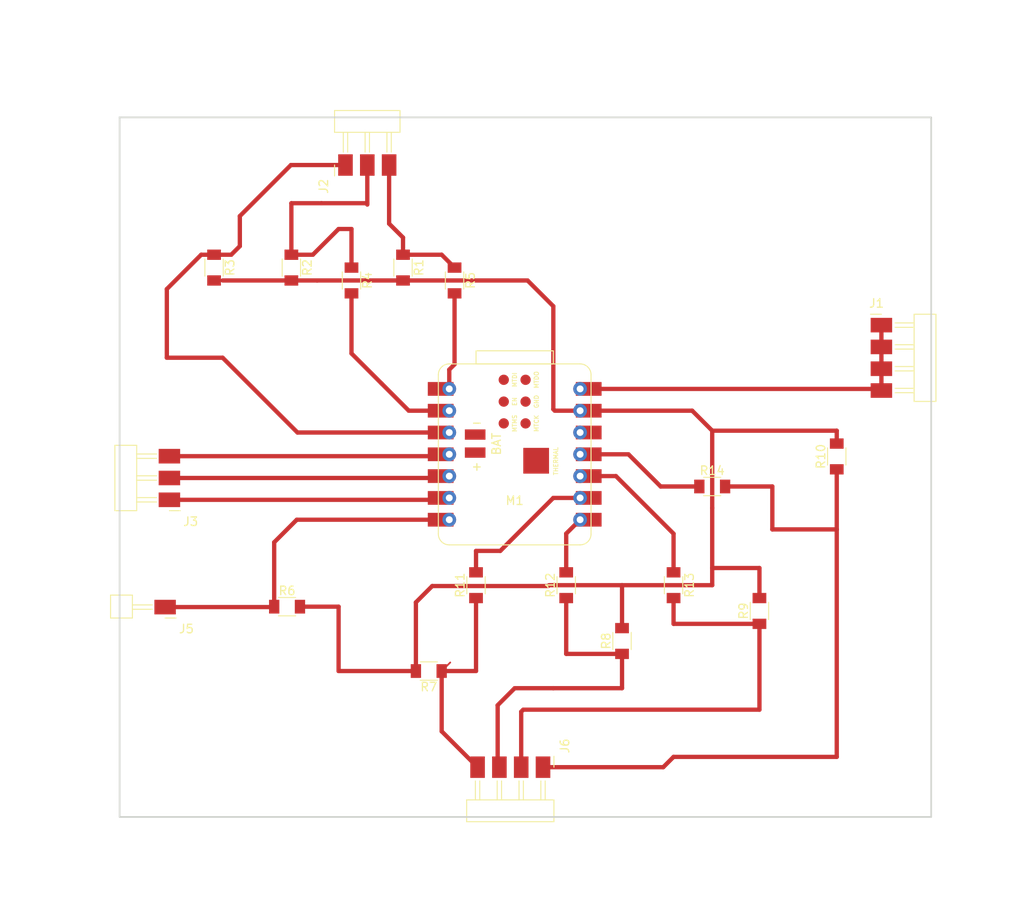
<source format=kicad_pcb>
(kicad_pcb (version 20241229) (generator "pcbnew") (generator_version "9.0")
  (layers (0 "F.Cu" signal) (2 "B.Cu" signal) (13 "F.Paste" user) (15 "B.Paste" user) (5 "F.SilkS" user "F.Silkscreen") (7 "B.SilkS" user "B.Silkscreen") (1 "F.Mask" user) (3 "B.Mask" user) (25 "Edge.Cuts" user))
  (net 0 "")
  (net 1 "Net-(J1-Pin_1)")
  (net 2 "Net-(J2-Pin_3)")
  (net 3 "Net-(J2-Pin_2)")
  (net 4 "Net-(J2-Pin_1)")
  (net 5 "Net-(J3-Pin_1)")
  (net 6 "Net-(J3-Pin_2)")
  (net 7 "Net-(J3-Pin_3)")
  (net 12 "PWR_GND")
  (net 13 "Net-(M1-D1)")
  (net 17 "Net-(M1-D0)")
  (net 21 "Net-(J5-Pin_1)")
  (net 22 "Net-(J6-Pin_3)")
  (net 23 "Net-(M1-D9)")
  (net 24 "Net-(M1-D10)")
  (net 25 "Net-(J6-Pin_2)")
  (net 26 "Net-(J6-Pin_1)")
  (net 27 "Net-(J6-Pin_4)")
  (net 28 "Net-(M1-D8)")
  (net 29 "Net-(M1-D7)")
  (footprint "fab:R_1206" (layer "F.Cu") (at 121.5 38 -90)
    (property "Reference" "R1" (at 0 -1.85 90) (layer "F.SilkS"))
    (property "Value" "R_1206")
    (fp_line (start 1 1.07) (end -1 1.07) (stroke (width 0.12)) (layer "F.SilkS"))
    (fp_line (start -1 -1.07) (end 1 -1.07) (stroke (width 0.12)) (layer "F.SilkS"))
    (pad "1" smd rect (at -1.5 0 270) (size 1.2 1.6) (layers "F.Cu" "F.Mask" "F.Paste") (net 2 "Net-(J2-Pin_3)"))
    (pad "2" smd rect (at 1.5 0 270) (size 1.2 1.6) (layers "F.Cu" "F.Mask" "F.Paste") (net 12 "PWR_GND"))
  )
  (footprint "fab:R_1206" (layer "F.Cu") (at 99.5 38 -90)
    (property "Reference" "R3" (at 0 -1.85 90) (layer "F.SilkS"))
    (property "Value" "R_1206")
    (fp_line (start 1 1.07) (end -1 1.07) (stroke (width 0.12)) (layer "F.SilkS"))
    (fp_line (start -1 -1.07) (end 1 -1.07) (stroke (width 0.12)) (layer "F.SilkS"))
    (pad "1" smd rect (at -1.5 0 270) (size 1.2 1.6) (layers "F.Cu" "F.Mask" "F.Paste") (net 4 "Net-(J2-Pin_1)"))
    (pad "2" smd rect (at 1.5 0 270) (size 1.2 1.6) (layers "F.Cu" "F.Mask" "F.Paste") (net 12 "PWR_GND"))
  )
  (footprint "fab:R_1206" (layer "F.Cu") (at 153 75 -90)
    (property "Reference" "R13" (at 0 -1.85 90) (layer "F.SilkS"))
    (property "Value" "0")
    (fp_line (start 1 1.07) (end -1 1.07) (stroke (width 0.12)) (layer "F.SilkS"))
    (fp_line (start -1 -1.07) (end 1 -1.07) (stroke (width 0.12)) (layer "F.SilkS"))
    (pad "1" smd rect (at -1.5 0 270) (size 1.2 1.6) (layers "F.Cu" "F.Mask" "F.Paste") (net 23 "Net-(M1-D9)"))
    (pad "2" smd rect (at 1.5 0 270) (size 1.2 1.6) (layers "F.Cu" "F.Mask" "F.Paste") (net 25 "Net-(J6-Pin_2)"))
  )
  (footprint "fab:R_1206" (layer "F.Cu") (at 130 75 90)
    (property "Reference" "R11" (at 0 -1.85 90) (layer "F.SilkS"))
    (property "Value" "0")
    (fp_line (start -1 -1.07) (end 1 -1.07) (stroke (width 0.12)) (layer "F.SilkS"))
    (fp_line (start 1 1.07) (end -1 1.07) (stroke (width 0.12)) (layer "F.SilkS"))
    (pad "1" smd rect (at -1.5 0 90) (size 1.2 1.6) (layers "F.Cu" "F.Mask" "F.Paste") (net 27 "Net-(J6-Pin_4)"))
    (pad "2" smd rect (at 1.5 0 90) (size 1.2 1.6) (layers "F.Cu" "F.Mask" "F.Paste") (net 28 "Net-(M1-D8)"))
  )
  (footprint "fab:PinHeader_01x04_P2.54mm_Horizontal_SMD" (layer "F.Cu") (at 137.8 96.2 -90)
    (property "Reference" "J6" (at -1.524 -2.54 90) (layer "F.SilkS") (effects (justify left)))
    (property "Value" "PinHeader_01x04_P2.54mm_Horizontal_SMD")
    (fp_line (start 3.81 8.89) (end 3.81 -1.27) (stroke (width 0.12)) (layer "F.SilkS"))
    (fp_line (start 6.35 8.89) (end 3.81 8.89) (stroke (width 0.12)) (layer "F.SilkS"))
    (fp_line (start 3.81 7.874) (end 1.6 7.874) (stroke (width 0.12)) (layer "F.SilkS"))
    (fp_line (start 3.81 7.366) (end 1.6 7.366) (stroke (width 0.12)) (layer "F.SilkS"))
    (fp_line (start 3.81 5.334) (end 1.6 5.334) (stroke (width 0.12)) (layer "F.SilkS"))
    (fp_line (start 3.81 4.826) (end 1.6 4.826) (stroke (width 0.12)) (layer "F.SilkS"))
    (fp_line (start 3.81 2.794) (end 1.6 2.794) (stroke (width 0.12)) (layer "F.SilkS"))
    (fp_line (start 3.81 2.286) (end 1.6 2.286) (stroke (width 0.12)) (layer "F.SilkS"))
    (fp_line (start 3.81 0.254) (end 1.6 0.254) (stroke (width 0.12)) (layer "F.SilkS"))
    (fp_line (start 3.81 -0.254) (end 1.6 -0.254) (stroke (width 0.12)) (layer "F.SilkS"))
    (fp_line (start -1.27 -1.27) (end 0 -1.27) (stroke (width 0.12)) (layer "F.SilkS"))
    (fp_line (start 3.81 -1.27) (end 6.35 -1.27) (stroke (width 0.12)) (layer "F.SilkS"))
    (fp_line (start 6.35 -1.27) (end 6.35 8.89) (stroke (width 0.12)) (layer "F.SilkS"))
    (pad "1" smd rect (at 0 0 270) (size 2.5 1.7) (layers "F.Cu" "F.Mask" "F.Paste") (net 26 "Net-(J6-Pin_1)"))
    (pad "2" smd rect (at 0 2.54 270) (size 2.5 1.7) (layers "F.Cu" "F.Mask" "F.Paste") (net 25 "Net-(J6-Pin_2)"))
    (pad "3" smd rect (at 0 5.08 270) (size 2.5 1.7) (layers "F.Cu" "F.Mask" "F.Paste") (net 22 "Net-(J6-Pin_3)"))
    (pad "4" smd rect (at 0 7.62 270) (size 2.5 1.7) (layers "F.Cu" "F.Mask" "F.Paste") (net 27 "Net-(J6-Pin_4)"))
  )
  (footprint "fab:R_1206" (layer "F.Cu") (at 108 77.5)
    (property "Reference" "R6" (at 0 -1.85 0) (layer "F.SilkS"))
    (property "Value" "R_1206")
    (fp_line (start -1 -1.07) (end 1 -1.07) (stroke (width 0.12)) (layer "F.SilkS"))
    (fp_line (start 1 1.07) (end -1 1.07) (stroke (width 0.12)) (layer "F.SilkS"))
    (pad "1" smd rect (at -1.5 0) (size 1.2 1.6) (layers "F.Cu" "F.Mask" "F.Paste") (net 21 "Net-(J5-Pin_1)"))
    (pad "2" smd rect (at 1.5 0) (size 1.2 1.6) (layers "F.Cu" "F.Mask" "F.Paste") (net 12 "PWR_GND"))
  )
  (footprint "fab:R_1206" (layer "F.Cu") (at 124.5 85 180)
    (property "Reference" "R7" (at 0 -1.85 0) (layer "F.SilkS"))
    (property "Value" "R_1206")
    (fp_line (start 1 1.07) (end -1 1.07) (stroke (width 0.12)) (layer "F.SilkS"))
    (fp_line (start -1 -1.07) (end 1 -1.07) (stroke (width 0.12)) (layer "F.SilkS"))
    (pad "1" smd rect (at -1.5 0 180) (size 1.2 1.6) (layers "F.Cu" "F.Mask" "F.Paste") (net 27 "Net-(J6-Pin_4)"))
    (pad "2" smd rect (at 1.5 0 180) (size 1.2 1.6) (layers "F.Cu" "F.Mask" "F.Paste") (net 12 "PWR_GND"))
  )
  (footprint "fab:R_1206" (layer "F.Cu") (at 147 81.5 90)
    (property "Reference" "R8" (at 0 -1.85 90) (layer "F.SilkS"))
    (property "Value" "R_1206")
    (fp_line (start -1 -1.07) (end 1 -1.07) (stroke (width 0.12)) (layer "F.SilkS"))
    (fp_line (start 1 1.07) (end -1 1.07) (stroke (width 0.12)) (layer "F.SilkS"))
    (pad "1" smd rect (at -1.5 0 90) (size 1.2 1.6) (layers "F.Cu" "F.Mask" "F.Paste") (net 22 "Net-(J6-Pin_3)"))
    (pad "2" smd rect (at 1.5 0 90) (size 1.2 1.6) (layers "F.Cu" "F.Mask" "F.Paste") (net 12 "PWR_GND"))
  )
  (footprint "fab:PinHeader_01x04_P2.54mm_Horizontal_SMD" (layer "F.Cu") (at 177.2 44.7)
    (property "Reference" "J1" (at -1.524 -2.54 180) (layer "F.SilkS") (effects (justify left)))
    (property "Value" "PinHeader_01x04_P2.54mm_Horizontal_SMD")
    (fp_line (start -1.27 -1.27) (end 0 -1.27) (stroke (width 0.12)) (layer "F.SilkS"))
    (fp_line (start 3.81 -1.27) (end 6.35 -1.27) (stroke (width 0.12)) (layer "F.SilkS"))
    (fp_line (start 3.81 -0.254) (end 1.6 -0.254) (stroke (width 0.12)) (layer "F.SilkS"))
    (fp_line (start 3.81 0.254) (end 1.6 0.254) (stroke (width 0.12)) (layer "F.SilkS"))
    (fp_line (start 3.81 2.286) (end 1.6 2.286) (stroke (width 0.12)) (layer "F.SilkS"))
    (fp_line (start 3.81 2.794) (end 1.6 2.794) (stroke (width 0.12)) (layer "F.SilkS"))
    (fp_line (start 3.81 4.826) (end 1.6 4.826) (stroke (width 0.12)) (layer "F.SilkS"))
    (fp_line (start 3.81 5.334) (end 1.6 5.334) (stroke (width 0.12)) (layer "F.SilkS"))
    (fp_line (start 3.81 7.366) (end 1.6 7.366) (stroke (width 0.12)) (layer "F.SilkS"))
    (fp_line (start 3.81 7.874) (end 1.6 7.874) (stroke (width 0.12)) (layer "F.SilkS"))
    (fp_line (start 3.81 8.89) (end 3.81 -1.27) (stroke (width 0.12)) (layer "F.SilkS"))
    (fp_line (start 6.35 -1.27) (end 6.35 8.89) (stroke (width 0.12)) (layer "F.SilkS"))
    (fp_line (start 6.35 8.89) (end 3.81 8.89) (stroke (width 0.12)) (layer "F.SilkS"))
    (pad "1" smd rect (at 0 0) (size 2.5 1.7) (layers "F.Cu" "F.Mask" "F.Paste") (net 1 "Net-(J1-Pin_1)"))
    (pad "2" smd rect (at 0 2.54) (size 2.5 1.7) (layers "F.Cu" "F.Mask" "F.Paste") (net 1 "Net-(J1-Pin_1)"))
    (pad "3" smd rect (at 0 5.08) (size 2.5 1.7) (layers "F.Cu" "F.Mask" "F.Paste") (net 1 "Net-(J1-Pin_1)"))
    (pad "4" smd rect (at 0 7.62) (size 2.5 1.7) (layers "F.Cu" "F.Mask" "F.Paste") (net 1 "Net-(J1-Pin_1)"))
  )
  (footprint "fab:PinHeader_01x01_P2.54mm_Horizontal_SMD" (layer "F.Cu") (at 93.8 77.55 180)
    (property "Reference" "J5" (at -1.524 -2.54 0) (layer "F.SilkS") (effects (justify left)))
    (property "Value" "PinHeader_01x01_P2.54mm_Horizontal_SMD")
    (fp_line (start 6.35 1.397) (end 3.81 1.397) (stroke (width 0.12)) (layer "F.SilkS"))
    (fp_line (start 6.35 -1.27) (end 6.35 1.397) (stroke (width 0.12)) (layer "F.SilkS"))
    (fp_line (start 3.81 1.397) (end 3.81 -1.27) (stroke (width 0.12)) (layer "F.SilkS"))
    (fp_line (start 3.81 0.254) (end 1.5 0.254) (stroke (width 0.12)) (layer "F.SilkS"))
    (fp_line (start 3.81 -0.254) (end 1.5 -0.254) (stroke (width 0.12)) (layer "F.SilkS"))
    (fp_line (start 3.81 -1.27) (end 6.35 -1.27) (stroke (width 0.12)) (layer "F.SilkS"))
    (fp_line (start -1.27 -1.27) (end 0 -1.27) (stroke (width 0.12)) (layer "F.SilkS"))
    (pad "1" smd rect (at 0 0 180) (size 2.5 1.7) (layers "F.Cu" "F.Mask" "F.Paste") (net 21 "Net-(J5-Pin_1)"))
  )
  (footprint "fab:R_1206" (layer "F.Cu") (at 172 60 90)
    (property "Reference" "R10" (at 0 -1.85 90) (layer "F.SilkS"))
    (property "Value" "R_1206")
    (fp_line (start -1 -1.07) (end 1 -1.07) (stroke (width 0.12)) (layer "F.SilkS"))
    (fp_line (start 1 1.07) (end -1 1.07) (stroke (width 0.12)) (layer "F.SilkS"))
    (pad "1" smd rect (at -1.5 0 90) (size 1.2 1.6) (layers "F.Cu" "F.Mask" "F.Paste") (net 26 "Net-(J6-Pin_1)"))
    (pad "2" smd rect (at 1.5 0 90) (size 1.2 1.6) (layers "F.Cu" "F.Mask" "F.Paste") (net 12 "PWR_GND"))
  )
  (footprint "fab:PinHeader_01x03_P2.54mm_Horizontal_SMD" (layer "F.Cu") (at 114.8 26.05 90)
    (property "Reference" "J2" (at -1.524 -2.54 90) (layer "F.SilkS") (effects (justify right)))
    (property "Value" "PinHeader_01x03_P2.54mm_Horizontal_SMD")
    (fp_line (start 6.35 -1.27) (end 6.35 6.35) (stroke (width 0.12)) (layer "F.SilkS"))
    (fp_line (start 3.81 -1.27) (end 6.35 -1.27) (stroke (width 0.12)) (layer "F.SilkS"))
    (fp_line (start -1.27 -1.27) (end 0 -1.27) (stroke (width 0.12)) (layer "F.SilkS"))
    (fp_line (start 3.81 -0.254) (end 1.5 -0.254) (stroke (width 0.12)) (layer "F.SilkS"))
    (fp_line (start 3.81 0.254) (end 1.5 0.254) (stroke (width 0.12)) (layer "F.SilkS"))
    (fp_line (start 3.81 2.286) (end 1.5 2.286) (stroke (width 0.12)) (layer "F.SilkS"))
    (fp_line (start 3.81 2.794) (end 1.5 2.794) (stroke (width 0.12)) (layer "F.SilkS"))
    (fp_line (start 3.81 4.826) (end 1.5 4.826) (stroke (width 0.12)) (layer "F.SilkS"))
    (fp_line (start 3.81 5.334) (end 1.5 5.334) (stroke (width 0.12)) (layer "F.SilkS"))
    (fp_line (start 6.35 6.35) (end 3.81 6.35) (stroke (width 0.12)) (layer "F.SilkS"))
    (fp_line (start 3.81 6.35) (end 3.81 -1.27) (stroke (width 0.12)) (layer "F.SilkS"))
    (pad "1" smd rect (at 0 0 90) (size 2.5 1.7) (layers "F.Cu" "F.Mask" "F.Paste") (net 4 "Net-(J2-Pin_1)"))
    (pad "2" smd rect (at 0 2.54 90) (size 2.5 1.7) (layers "F.Cu" "F.Mask" "F.Paste") (net 3 "Net-(J2-Pin_2)"))
    (pad "3" smd rect (at 0 5.08 90) (size 2.5 1.7) (layers "F.Cu" "F.Mask" "F.Paste") (net 2 "Net-(J2-Pin_3)"))
  )
  (footprint "fab:PinHeader_01x03_P2.54mm_Horizontal_SMD" (layer "F.Cu") (at 94.3 65.05 180)
    (property "Reference" "J3" (at -1.524 -2.54 0) (layer "F.SilkS") (effects (justify left)))
    (property "Value" "PinHeader_01x03_P2.54mm_Horizontal_SMD")
    (fp_line (start 6.35 6.35) (end 3.81 6.35) (stroke (width 0.12)) (layer "F.SilkS"))
    (fp_line (start 6.35 -1.27) (end 6.35 6.35) (stroke (width 0.12)) (layer "F.SilkS"))
    (fp_line (start 3.81 6.35) (end 3.81 -1.27) (stroke (width 0.12)) (layer "F.SilkS"))
    (fp_line (start 3.81 5.334) (end 1.5 5.334) (stroke (width 0.12)) (layer "F.SilkS"))
    (fp_line (start 3.81 4.826) (end 1.5 4.826) (stroke (width 0.12)) (layer "F.SilkS"))
    (fp_line (start 3.81 2.794) (end 1.5 2.794) (stroke (width 0.12)) (layer "F.SilkS"))
    (fp_line (start 3.81 2.286) (end 1.5 2.286) (stroke (width 0.12)) (layer "F.SilkS"))
    (fp_line (start 3.81 0.254) (end 1.5 0.254) (stroke (width 0.12)) (layer "F.SilkS"))
    (fp_line (start 3.81 -0.254) (end 1.5 -0.254) (stroke (width 0.12)) (layer "F.SilkS"))
    (fp_line (start 3.81 -1.27) (end 6.35 -1.27) (stroke (width 0.12)) (layer "F.SilkS"))
    (fp_line (start -1.27 -1.27) (end 0 -1.27) (stroke (width 0.12)) (layer "F.SilkS"))
    (pad "1" smd rect (at 0 0 180) (size 2.5 1.7) (layers "F.Cu" "F.Mask" "F.Paste") (net 5 "Net-(J3-Pin_1)"))
    (pad "2" smd rect (at 0 2.54 180) (size 2.5 1.7) (layers "F.Cu" "F.Mask" "F.Paste") (net 6 "Net-(J3-Pin_2)"))
    (pad "3" smd rect (at 0 5.08 180) (size 2.5 1.7) (layers "F.Cu" "F.Mask" "F.Paste") (net 7 "Net-(J3-Pin_3)"))
  )
  (footprint "fab:R_1206" (layer "F.Cu") (at 127.5 39.5 -90)
    (property "Reference" "R5" (at 0 -1.85 90) (layer "F.SilkS"))
    (property "Value" "0")
    (fp_line (start 1 1.07) (end -1 1.07) (stroke (width 0.12)) (layer "F.SilkS"))
    (fp_line (start -1 -1.07) (end 1 -1.07) (stroke (width 0.12)) (layer "F.SilkS"))
    (pad "1" smd rect (at -1.5 0 270) (size 1.2 1.6) (layers "F.Cu" "F.Mask" "F.Paste") (net 2 "Net-(J2-Pin_3)"))
    (pad "2" smd rect (at 1.5 0 270) (size 1.2 1.6) (layers "F.Cu" "F.Mask" "F.Paste") (net 17 "Net-(M1-D0)"))
  )
  (footprint "fab:R_1206" (layer "F.Cu") (at 108.5 38 -90)
    (property "Reference" "R2" (at 0 -1.85 90) (layer "F.SilkS"))
    (property "Value" "R_1206")
    (fp_line (start 1 1.07) (end -1 1.07) (stroke (width 0.12)) (layer "F.SilkS"))
    (fp_line (start -1 -1.07) (end 1 -1.07) (stroke (width 0.12)) (layer "F.SilkS"))
    (pad "1" smd rect (at -1.5 0 270) (size 1.2 1.6) (layers "F.Cu" "F.Mask" "F.Paste") (net 3 "Net-(J2-Pin_2)"))
    (pad "2" smd rect (at 1.5 0 270) (size 1.2 1.6) (layers "F.Cu" "F.Mask" "F.Paste") (net 12 "PWR_GND"))
  )
  (footprint "fab:R_1206" (layer "F.Cu") (at 115.5 39.5 -90)
    (property "Reference" "R4" (at 0 -1.85 90) (layer "F.SilkS"))
    (property "Value" "0")
    (fp_line (start 1 1.07) (end -1 1.07) (stroke (width 0.12)) (layer "F.SilkS"))
    (fp_line (start -1 -1.07) (end 1 -1.07) (stroke (width 0.12)) (layer "F.SilkS"))
    (pad "1" smd rect (at -1.5 0 270) (size 1.2 1.6) (layers "F.Cu" "F.Mask" "F.Paste") (net 3 "Net-(J2-Pin_2)"))
    (pad "2" smd rect (at 1.5 0 270) (size 1.2 1.6) (layers "F.Cu" "F.Mask" "F.Paste") (net 13 "Net-(M1-D1)"))
  )
  (footprint "fab:R_1206" (layer "F.Cu") (at 140.5 75 90)
    (property "Reference" "R12" (at 0 -1.85 90) (layer "F.SilkS"))
    (property "Value" "0")
    (fp_line (start -1 -1.07) (end 1 -1.07) (stroke (width 0.12)) (layer "F.SilkS"))
    (fp_line (start 1 1.07) (end -1 1.07) (stroke (width 0.12)) (layer "F.SilkS"))
    (pad "1" smd rect (at -1.5 0 90) (size 1.2 1.6) (layers "F.Cu" "F.Mask" "F.Paste") (net 22 "Net-(J6-Pin_3)"))
    (pad "2" smd rect (at 1.5 0 90) (size 1.2 1.6) (layers "F.Cu" "F.Mask" "F.Paste") (net 29 "Net-(M1-D7)"))
  )
  (footprint "fab:SeeedStudio_XIAO_ESP32C3" (layer "F.Cu") (at 134.5 59.75)
    (property "Reference" "M1" (at 0 5.39 0) (layer "F.SilkS"))
    (property "Value" "Module_XIAO-ESP32C3")
    (fp_line (start -8.8875 9.281) (end -8.8875 -9.261) (stroke (width 0.12)) (layer "F.SilkS"))
    (fp_line (start -7.6175 -10.531) (end 7.6225 -10.531) (stroke (width 0.12)) (layer "F.SilkS"))
    (fp_line (start 7.6225 10.551) (end -7.6175 10.551) (stroke (width 0.12)) (layer "F.SilkS"))
    (fp_line (start 8.8925 -9.261) (end 8.8925 9.281) (stroke (width 0.12)) (layer "F.SilkS"))
    (fp_rect (start -4.4975 -10.531) (end 4.5025 -12.055) (stroke (width 0.12)) (fill no) (layer "F.SilkS"))
    (fp_arc (start -8.8875 -9.261) (mid -8.515526 -10.159026) (end -7.6175 -10.531) (stroke (width 0.12)) (layer "F.SilkS"))
    (fp_arc (start -7.6175 10.551) (mid -8.515526 10.179026) (end -8.8875 9.281) (stroke (width 0.12)) (layer "F.SilkS"))
    (fp_arc (start 7.6225 -10.531) (mid 8.520526 -10.159026) (end 8.8925 -9.261) (stroke (width 0.12)) (layer "F.SilkS"))
    (fp_arc (start 8.8925 9.281) (mid 8.520526 10.179026) (end 7.6225 10.551) (stroke (width 0.12)) (layer "F.SilkS"))
    (fp_text user "MTDO" (at 2.54 -8.68 90) (layer "F.SilkS") (effects (font (size 0.5 0.5) (thickness 0.1) (bold yes))))
    (fp_text user "+" (at -4.4 1.4 0) (layer "F.SilkS"))
    (fp_text user "GND" (at 2.54 -6.14 90) (layer "F.SilkS") (effects (font (size 0.5 0.5) (thickness 0.1) (bold yes))))
    (fp_text user "MTMS" (at 0 -3.6 90) (layer "F.SilkS") (effects (font (size 0.5 0.5) (thickness 0.1) (bold yes))))
    (fp_text user "MTDI" (at 0 -8.68 90) (layer "F.SilkS") (effects (font (size 0.5 0.5) (thickness 0.1) (bold yes))))
    (fp_text user "-" (at -4.4 -3.7 0) (layer "F.SilkS"))
    (fp_text user "EN" (at 0 -6.14 90) (layer "F.SilkS") (effects (font (size 0.5 0.5) (thickness 0.1) (bold yes))))
    (fp_text user "BAT" (at -2.7 -1.2 90) (layer "F.SilkS") (effects (justify top)))
    (fp_text user "MTCK" (at 2.54 -3.6 90) (layer "F.SilkS") (effects (font (size 0.5 0.5) (thickness 0.1) (bold yes))))
    (fp_text user "THERMAL" (at 4.8 0.8 90) (layer "F.SilkS") (effects (font (size 0.5 0.5) (thickness 0.1) (bold yes))))
    (pad "1" thru_hole circle (at -7.615 -7.62) (size 1.6 1.6) (drill 0.8) (layers "*.Cu" "*.Mask") (net 17 "Net-(M1-D0)"))
    (pad "1" smd rect (at -7.615 -7.62) (size 3 1.6) (drill (offset -1 0)) (layers "F.Cu" "F.Mask" "F.Paste") (net 17 "Net-(M1-D0)"))
    (pad "2" thru_hole circle (at -7.615 -5.08) (size 1.6 1.6) (drill 0.8) (layers "*.Cu" "*.Mask") (net 13 "Net-(M1-D1)"))
    (pad "2" smd rect (at -7.615 -5.08) (size 3 1.6) (drill (offset -1 0)) (layers "F.Cu" "F.Mask" "F.Paste") (net 13 "Net-(M1-D1)"))
    (pad "3" thru_hole circle (at -7.615 -2.54) (size 1.6 1.6) (drill 0.8) (layers "*.Cu" "*.Mask") (net 4 "Net-(J2-Pin_1)"))
    (pad "3" smd rect (at -7.615 -2.54) (size 3 1.6) (drill (offset -1 0)) (layers "F.Cu" "F.Mask" "F.Paste") (net 4 "Net-(J2-Pin_1)"))
    (pad "4" thru_hole circle (at -7.615 0) (size 1.6 1.6) (drill 0.8) (layers "*.Cu" "*.Mask") (net 7 "Net-(J3-Pin_3)"))
    (pad "4" smd rect (at -7.615 0) (size 3 1.6) (drill (offset -1 0)) (layers "F.Cu" "F.Mask" "F.Paste") (net 7 "Net-(J3-Pin_3)"))
    (pad "5" thru_hole circle (at -7.615 2.54) (size 1.6 1.6) (drill 0.8) (layers "*.Cu" "*.Mask") (net 6 "Net-(J3-Pin_2)"))
    (pad "5" smd rect (at -7.615 2.54) (size 3 1.6) (drill (offset -1 0)) (layers "F.Cu" "F.Mask" "F.Paste") (net 6 "Net-(J3-Pin_2)"))
    (pad "6" thru_hole circle (at -7.615 5.08) (size 1.6 1.6) (drill 0.8) (layers "*.Cu" "*.Mask") (net 5 "Net-(J3-Pin_1)"))
    (pad "6" smd rect (at -7.615 5.08) (size 3 1.6) (drill (offset -1 0)) (layers "F.Cu" "F.Mask" "F.Paste") (net 5 "Net-(J3-Pin_1)"))
    (pad "7" thru_hole circle (at -7.615 7.62) (size 1.6 1.6) (drill 0.8) (layers "*.Cu" "*.Mask") (net 21 "Net-(J5-Pin_1)"))
    (pad "7" smd rect (at -7.615 7.62) (size 3 1.6) (drill (offset -1 0)) (layers "F.Cu" "F.Mask" "F.Paste") (net 21 "Net-(J5-Pin_1)"))
    (pad "8" thru_hole circle (at 7.62 7.62) (size 1.6 1.6) (drill 0.8) (layers "*.Cu" "*.Mask") (net 29 "Net-(M1-D7)"))
    (pad "8" smd rect (at 7.62 7.62) (size 3 1.6) (drill (offset 1 0)) (layers "F.Cu" "F.Mask" "F.Paste") (net 29 "Net-(M1-D7)"))
    (pad "9" thru_hole circle (at 7.62 5.08) (size 1.6 1.6) (drill 0.8) (layers "*.Cu" "*.Mask") (net 28 "Net-(M1-D8)"))
    (pad "9" smd rect (at 7.62 5.08) (size 3 1.6) (drill (offset 1 0)) (layers "F.Cu" "F.Mask" "F.Paste") (net 28 "Net-(M1-D8)"))
    (pad "10" thru_hole circle (at 7.62 2.54) (size 1.6 1.6) (drill 0.8) (layers "*.Cu" "*.Mask") (net 23 "Net-(M1-D9)"))
    (pad "10" smd rect (at 7.62 2.54) (size 3 1.6) (drill (offset 1 0)) (layers "F.Cu" "F.Mask" "F.Paste") (net 23 "Net-(M1-D9)"))
    (pad "11" thru_hole circle (at 7.62 0) (size 1.6 1.6) (drill 0.8) (layers "*.Cu" "*.Mask") (net 24 "Net-(M1-D10)"))
    (pad "11" smd rect (at 7.62 0) (size 3 1.6) (drill (offset 1 0)) (layers "F.Cu" "F.Mask" "F.Paste") (net 24 "Net-(M1-D10)"))
    (pad "12" thru_hole circle (at 7.62 -2.54) (size 1.6 1.6) (drill 0.8) (layers "*.Cu" "*.Mask"))
    (pad "12" smd rect (at 7.62 -2.54) (size 3 1.6) (drill (offset 1 0)) (layers "F.Cu" "F.Mask" "F.Paste"))
    (pad "13" thru_hole circle (at 7.62 -5.08) (size 1.6 1.6) (drill 0.8) (layers "*.Cu" "*.Mask") (net 12 "PWR_GND"))
    (pad "13" smd rect (at 7.62 -5.08) (size 3 1.6) (drill (offset 1 0)) (layers "F.Cu" "F.Mask" "F.Paste") (net 12 "PWR_GND"))
    (pad "14" thru_hole circle (at 7.62 -7.62) (size 1.6 1.6) (drill 0.8) (layers "*.Cu" "*.Mask") (net 1 "Net-(J1-Pin_1)"))
    (pad "14" smd rect (at 7.62 -7.62) (size 3 1.6) (drill (offset 1 0)) (layers "F.Cu" "F.Mask" "F.Paste") (net 1 "Net-(J1-Pin_1)"))
    (pad "15" smd rect (at -4.6 -2.3) (size 2.4 1.2) (layers "F.Cu" "F.Mask" "F.Paste"))
    (pad "16" smd rect (at -4.6 -0.2) (size 2.4 1.2) (layers "F.Cu" "F.Mask" "F.Paste"))
    (pad "17" smd circle (at -1.27 -8.68) (size 1.2 1.2) (layers "F.Cu" "F.Mask" "F.Paste"))
    (pad "18" smd circle (at -1.27 -6.14) (size 1.2 1.2) (layers "F.Cu" "F.Mask" "F.Paste"))
    (pad "19" smd circle (at -1.27 -3.6) (size 1.2 1.2) (layers "F.Cu" "F.Mask" "F.Paste"))
    (pad "20" smd circle (at 1.27 -3.6) (size 1.2 1.2) (layers "F.Cu" "F.Mask" "F.Paste"))
    (pad "21" smd circle (at 1.27 -6.14) (size 1.2 1.2) (layers "F.Cu" "F.Mask" "F.Paste"))
    (pad "22" smd circle (at 1.27 -8.68) (size 1.2 1.2) (layers "F.Cu" "F.Mask" "F.Paste"))
    (pad "23" smd rect (at 2.5 0.75) (size 3 3) (layers "F.Cu" "F.Mask" "F.Paste"))
  )
  (footprint "fab:R_1206" (layer "F.Cu") (at 163 78 90)
    (property "Reference" "R9" (at 0 -1.85 90) (layer "F.SilkS"))
    (property "Value" "R_1206")
    (fp_line (start -1 -1.07) (end 1 -1.07) (stroke (width 0.12)) (layer "F.SilkS"))
    (fp_line (start 1 1.07) (end -1 1.07) (stroke (width 0.12)) (layer "F.SilkS"))
    (pad "1" smd rect (at -1.5 0 90) (size 1.2 1.6) (layers "F.Cu" "F.Mask" "F.Paste") (net 25 "Net-(J6-Pin_2)"))
    (pad "2" smd rect (at 1.5 0 90) (size 1.2 1.6) (layers "F.Cu" "F.Mask" "F.Paste") (net 12 "PWR_GND"))
  )
  (footprint "fab:R_1206" (layer "F.Cu") (at 157.5 63.5)
    (property "Reference" "R14" (at 0 -1.85 0) (layer "F.SilkS"))
    (property "Value" "0")
    (fp_line (start -1 -1.07) (end 1 -1.07) (stroke (width 0.12)) (layer "F.SilkS"))
    (fp_line (start 1 1.07) (end -1 1.07) (stroke (width 0.12)) (layer "F.SilkS"))
    (pad "1" smd rect (at -1.5 0) (size 1.2 1.6) (layers "F.Cu" "F.Mask" "F.Paste") (net 24 "Net-(M1-D10)"))
    (pad "2" smd rect (at 1.5 0) (size 1.2 1.6) (layers "F.Cu" "F.Mask" "F.Paste") (net 26 "Net-(J6-Pin_1)"))
  )
  (gr_rect (start 88.5 20.5) (end 183 102) (stroke (width 0.2)) (fill no) (layer "Edge.Cuts"))
  (segment (start 142.12 52.13) (end 177.01 52.13) (width 0.5) (layer "F.Cu") (net 1))
  (segment (start 177.01 52.13) (end 177.2 52.32) (width 0.5) (layer "F.Cu") (net 1))
  (segment (start 177.2 44.7) (end 177.2 52.32) (width 0.5) (layer "F.Cu") (net 1))
  (segment (start 121.5 34.5) (end 121.5 36.5) (width 0.5) (layer "F.Cu") (net 2))
  (segment (start 119.88 32.88) (end 121.5 34.5) (width 0.5) (layer "F.Cu") (net 2))
  (segment (start 126 36.5) (end 127.5 38) (width 0.5) (layer "F.Cu") (net 2))
  (segment (start 121.5 36.5) (end 126 36.5) (width 0.5) (layer "F.Cu") (net 2))
  (segment (start 119.88 26.05) (end 119.88 32.88) (width 0.5) (layer "F.Cu") (net 2))
  (segment (start 114 33.5) (end 115.5 33.5) (width 0.5) (layer "F.Cu") (net 3))
  (segment (start 117.34 30.5) (end 117.34 30.66) (width 0.5) (layer "F.Cu") (net 3))
  (segment (start 108.5 30.5) (end 108.5 36.5) (width 0.5) (layer "F.Cu") (net 3))
  (segment (start 108.5 36.5) (end 111 36.5) (width 0.5) (layer "F.Cu") (net 3))
  (segment (start 112 30.5) (end 108.5 30.5) (width 0.5) (layer "F.Cu") (net 3))
  (segment (start 111 36.5) (end 114 33.5) (width 0.5) (layer "F.Cu") (net 3))
  (segment (start 115.5 33.5) (end 115.5 38) (width 0.5) (layer "F.Cu") (net 3))
  (segment (start 117.34 26.05) (end 117.34 30.5) (width 0.5) (layer "F.Cu") (net 3))
  (segment (start 117.34 30.5) (end 112 30.5) (width 0.5) (layer "F.Cu") (net 3))
  (segment (start 114.8 26.05) (end 108.45 26.05) (width 0.5) (layer "F.Cu") (net 4))
  (segment (start 126.885 57.21) (end 109.21 57.21) (width 0.5) (layer "F.Cu") (net 4))
  (segment (start 102.5 32) (end 102.5 35.5) (width 0.5) (layer "F.Cu") (net 4))
  (segment (start 109.21 57.21) (end 100.5 48.5) (width 0.5) (layer "F.Cu") (net 4))
  (segment (start 108.45 26.05) (end 102.5 32) (width 0.5) (layer "F.Cu") (net 4))
  (segment (start 102.5 35.5) (end 101.5 36.5) (width 0.5) (layer "F.Cu") (net 4))
  (segment (start 94 48.5) (end 94 40.5) (width 0.5) (layer "F.Cu") (net 4))
  (segment (start 94 40.5) (end 98 36.5) (width 0.5) (layer "F.Cu") (net 4))
  (segment (start 100.5 48.5) (end 94 48.5) (width 0.5) (layer "F.Cu") (net 4))
  (segment (start 101.5 36.5) (end 99.5 36.5) (width 0.5) (layer "F.Cu") (net 4))
  (segment (start 98 36.5) (end 99.5 36.5) (width 0.5) (layer "F.Cu") (net 4))
  (segment (start 126.665 65.05) (end 94.3 65.05) (width 0.5) (layer "F.Cu") (net 5))
  (segment (start 126.885 64.83) (end 126.665 65.05) (width 0.5) (layer "F.Cu") (net 5))
  (segment (start 126.885 62.29) (end 126.665 62.51) (width 0.5) (layer "F.Cu") (net 6))
  (segment (start 126.665 62.51) (end 94.3 62.51) (width 0.5) (layer "F.Cu") (net 6))
  (segment (start 126.885 59.75) (end 126.665 59.97) (width 0.5) (layer "F.Cu") (net 7))
  (segment (start 126.665 59.97) (end 94.3 59.97) (width 0.5) (layer "F.Cu") (net 7))
  (segment (start 163 73) (end 157.5 73) (width 0.5) (layer "F.Cu") (net 12))
  (segment (start 147 75) (end 157.5 75) (width 0.5) (layer "F.Cu") (net 12))
  (segment (start 124.899 75.099) (end 138.401 75.099) (width 0.5) (layer "F.Cu") (net 12))
  (segment (start 139 54.5) (end 139.17 54.67) (width 0.5) (layer "F.Cu") (net 12))
  (segment (start 172 57) (end 157.5 57) (width 0.5) (layer "F.Cu") (net 12))
  (segment (start 139.17 54.67) (end 142.12 54.67) (width 0.5) (layer "F.Cu") (net 12))
  (segment (start 172 58.5) (end 172 57) (width 0.5) (layer "F.Cu") (net 12))
  (segment (start 114 85) (end 123 85) (width 0.5) (layer "F.Cu") (net 12))
  (segment (start 123 85) (end 123 76.998) (width 0.5) (layer "F.Cu") (net 12))
  (segment (start 147 80) (end 147 75) (width 0.5) (layer "F.Cu") (net 12))
  (segment (start 114 77.5) (end 114 85) (width 0.5) (layer "F.Cu") (net 12))
  (segment (start 138.401 75.099) (end 138.5 75) (width 0.2) (layer "F.Cu") (net 12))
  (segment (start 157.5 75) (end 157.5 73) (width 0.5) (layer "F.Cu") (net 12))
  (segment (start 100.5 39.5) (end 111.5 39.5) (width 0.5) (layer "F.Cu") (net 12))
  (segment (start 109.5 77.5) (end 114 77.5) (width 0.5) (layer "F.Cu") (net 12))
  (segment (start 139 42.5) (end 139 54.5) (width 0.5) (layer "F.Cu") (net 12))
  (segment (start 123 76.998) (end 124.899 75.099) (width 0.5) (layer "F.Cu") (net 12))
  (segment (start 163 76.5) (end 163 73) (width 0.5) (layer "F.Cu") (net 12))
  (segment (start 157.5 66) (end 157.5 57) (width 0.5) (layer "F.Cu") (net 12))
  (segment (start 111.5 39.5) (end 136 39.5) (width 0.5) (layer "F.Cu") (net 12))
  (segment (start 155.17 54.67) (end 142.12 54.67) (width 0.5) (layer "F.Cu") (net 12))
  (segment (start 157.5 73) (end 157.5 66) (width 0.5) (layer "F.Cu") (net 12))
  (segment (start 157.5 57) (end 155.17 54.67) (width 0.5) (layer "F.Cu") (net 12))
  (segment (start 136 39.5) (end 139 42.5) (width 0.5) (layer "F.Cu") (net 12))
  (segment (start 138.5 75) (end 147 75) (width 0.5) (layer "F.Cu") (net 12))
  (segment (start 115.5 48) (end 119 51.5) (width 0.5) (layer "F.Cu") (net 13))
  (segment (start 122.17 54.67) (end 126.885 54.67) (width 0.5) (layer "F.Cu") (net 13))
  (segment (start 115.5 41) (end 115.5 48) (width 0.5) (layer "F.Cu") (net 13))
  (segment (start 119 51.5) (end 122.17 54.67) (width 0.5) (layer "F.Cu") (net 13))
  (segment (start 126.885 49.885) (end 127.5 49.27) (width 0.5) (layer "F.Cu") (net 17))
  (segment (start 126.885 49.885) (end 126.885 52.13) (width 0.5) (layer "F.Cu") (net 17))
  (segment (start 127.5 49.27) (end 127.5 41) (width 0.5) (layer "F.Cu") (net 17))
  (segment (start 93.8 77.55) (end 106.45 77.55) (width 0.5) (layer "F.Cu") (net 21))
  (segment (start 126.885 67.37) (end 109.13 67.37) (width 0.5) (layer "F.Cu") (net 21))
  (segment (start 109.13 67.37) (end 106.5 70) (width 0.5) (layer "F.Cu") (net 21))
  (segment (start 106.5 70) (end 106.5 77.5) (width 0.5) (layer "F.Cu") (net 21))
  (segment (start 106.45 77.55) (end 106.5 77.5) (width 0.2) (layer "F.Cu") (net 21))
  (segment (start 132.5 89) (end 132.52 89.02) (width 0.2) (layer "F.Cu") (net 22))
  (segment (start 140.5 76.5) (end 140.5 83) (width 0.5) (layer "F.Cu") (net 22))
  (segment (start 134.5 87) (end 132.5 89) (width 0.5) (layer "F.Cu") (net 22))
  (segment (start 132.52 89.02) (end 132.52 96.2) (width 0.5) (layer "F.Cu") (net 22))
  (segment (start 147 83) (end 147 87) (width 0.5) (layer "F.Cu") (net 22))
  (segment (start 139 87) (end 134.5 87) (width 0.5) (layer "F.Cu") (net 22))
  (segment (start 147 87) (end 139 87) (width 0.5) (layer "F.Cu") (net 22))
  (segment (start 140.5 83) (end 147 83) (width 0.5) (layer "F.Cu") (net 22))
  (segment (start 146.29 62.29) (end 142.12 62.29) (width 0.5) (layer "F.Cu") (net 23))
  (segment (start 153 69) (end 146.29 62.29) (width 0.5) (layer "F.Cu") (net 23))
  (segment (start 153 69) (end 153 73.5) (width 0.5) (layer "F.Cu") (net 23))
  (segment (start 151.5 63.5) (end 156 63.5) (width 0.5) (layer "F.Cu") (net 24))
  (segment (start 147.75 59.75) (end 151.5 63.5) (width 0.5) (layer "F.Cu") (net 24))
  (segment (start 142.12 59.75) (end 147.75 59.75) (width 0.5) (layer "F.Cu") (net 24))
  (segment (start 163 79.5) (end 163 89.5) (width 0.5) (layer "F.Cu") (net 25))
  (segment (start 163 89.5) (end 135.5 89.5) (width 0.5) (layer "F.Cu") (net 25))
  (segment (start 135.26 89.74) (end 135.26 96.2) (width 0.5) (layer "F.Cu") (net 25))
  (segment (start 153 79.5) (end 163 79.5) (width 0.5) (layer "F.Cu") (net 25))
  (segment (start 153 76.5) (end 153 79.5) (width 0.5) (layer "F.Cu") (net 25))
  (segment (start 135.5 89.5) (end 135.26 89.74) (width 0.5) (layer "F.Cu") (net 25))
  (segment (start 172 95) (end 153 95) (width 0.5) (layer "F.Cu") (net 26))
  (segment (start 172 68.5) (end 172 61.5) (width 0.5) (layer "F.Cu") (net 26))
  (segment (start 164.5 68.5) (end 164.5 63.5) (width 0.5) (layer "F.Cu") (net 26))
  (segment (start 172 68.5) (end 172 95) (width 0.5) (layer "F.Cu") (net 26))
  (segment (start 164.5 68.5) (end 172 68.5) (width 0.5) (layer "F.Cu") (net 26))
  (segment (start 151.8 96.2) (end 137.8 96.2) (width 0.5) (layer "F.Cu") (net 26))
  (segment (start 153 95) (end 151.8 96.2) (width 0.5) (layer "F.Cu") (net 26))
  (segment (start 164.5 63.5) (end 159 63.5) (width 0.5) (layer "F.Cu") (net 26))
  (segment (start 130 85) (end 130 76.5) (width 0.5) (layer "F.Cu") (net 27))
  (segment (start 127 84) (end 126 85) (width 0.2) (layer "F.Cu") (net 27))
  (segment (start 126 85) (end 126 92.02) (width 0.5) (layer "F.Cu") (net 27))
  (segment (start 126 85) (end 130 85) (width 0.5) (layer "F.Cu") (net 27))
  (segment (start 126 92.02) (end 130.18 96.2) (width 0.5) (layer "F.Cu") (net 27))
  (segment (start 132.83 71) (end 139 64.83) (width 0.5) (layer "F.Cu") (net 28))
  (segment (start 130 73.5) (end 130 71) (width 0.5) (layer "F.Cu") (net 28))
  (segment (start 139 64.83) (end 142.12 64.83) (width 0.5) (layer "F.Cu") (net 28))
  (segment (start 130 71) (end 132.83 71) (width 0.5) (layer "F.Cu") (net 28))
  (segment (start 140.5 73.5) (end 140.5 68.99) (width 0.5) (layer "F.Cu") (net 29))
  (segment (start 140.5 68.99) (end 142.12 67.37) (width 0.5) (layer "F.Cu") (net 29))
)
</source>
